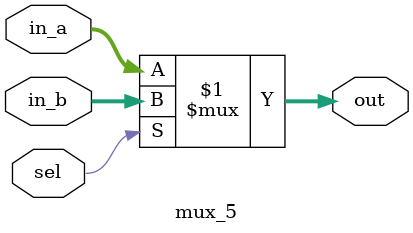
<source format=v>
module mux_5(
input [4:0] in_a, in_b,
input sel,
output [4:0] out
);
    assign out = sel ? in_b : in_a;
endmodule
</source>
